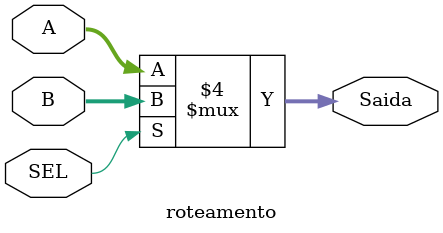
<source format=sv>

parameter NBITS = 4;
module roteamento(
  input logic [NBITS-1:0] A, B, //entradas de 4 bits
  input logic SEL, //seleciona uma entrada para ser mostrada na saída
  output logic [NBITS-1:0] Saida //mostrará o resultado
);

// Se SEL = false, então saída = A. Caso true, então saída = B.
always_comb begin
	if (SEL == 0)
		Saida <= A;
	else
		Saida <= B;
end
  
endmodule

</source>
